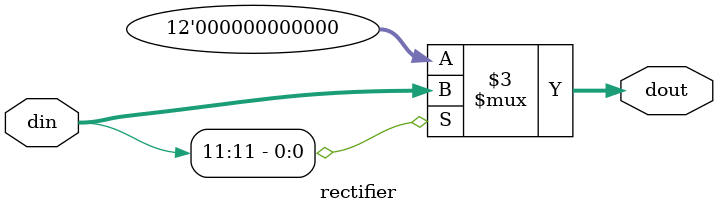
<source format=v>
/*
 * Rectifier circuit for the ADC output bits. 
 * Since the input wave ranges from 0 to 4096 
 * and is centered around 2048, we need to measure
 * how much the signal moves from the center. 
 *
 * This circuit creates a half rectifier. 
 */
parameter BUS_WIDTH = 12;

module rectifier(
  input  [BUS_WIDTH-1:0] din,
  output [BUS_WIDTH-1:0] dout
);

/* if high bit is set allow output otherwise nothing */
always @ (*)
if (din[BUS_WIDTH-1])
 dout = din;
else
 dout = {BUS_WIDTH{1'b0}};

endmodule
</source>
